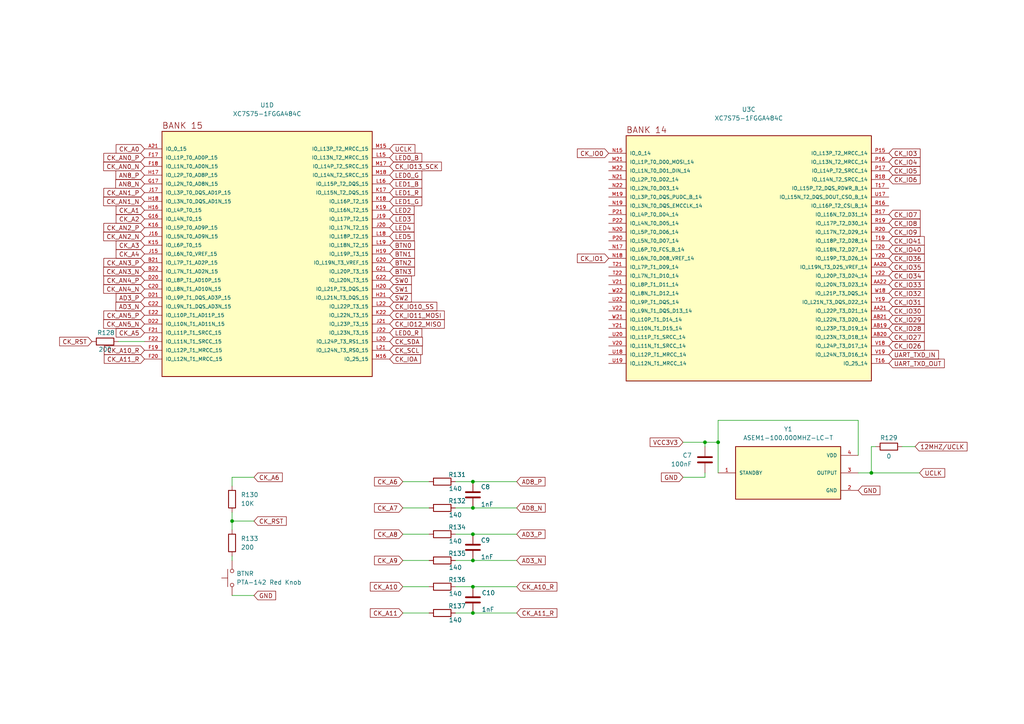
<source format=kicad_sch>
(kicad_sch (version 20231120) (generator "eeschema") (generator_version "8.0")
  (paper "A4")
  (title_block (title "ZYMA_ADC_FPGA") (date "2024-06-28") (rev "V01") (company "SHAKRA INNOVATIONS PVT LIMITED"))
  (junction (at 137.16 139.7))
  (junction (at 137.16 154.94))
  (junction (at 67.31 151.13))
  (junction (at 137.16 170.18))
  (junction (at 208.28 128.27))
  (junction (at 137.16 147.32))
  (junction (at 252.73 137.16))
  (junction (at 137.16 177.8))
  (junction (at 204.47 128.27))
  (junction (at 137.16 162.56))
  (wire (pts (xy 73.66 138.43) (xy 67.31 138.43)))
  (wire (pts (xy 252.73 129.54) (xy 252.73 137.16)))
  (wire (pts (xy 137.16 162.56) (xy 149.86 162.56)))
  (wire (pts (xy 73.66 172.72) (xy 67.31 172.72)))
  (wire (pts (xy 208.28 128.27) (xy 208.28 121.92)))
  (wire (pts (xy 208.28 128.27) (xy 208.28 137.16)))
  (wire (pts (xy 137.16 170.18) (xy 149.86 170.18)))
  (wire (pts (xy 73.66 151.13) (xy 67.31 151.13)))
  (wire (pts (xy 116.84 147.32) (xy 124.46 147.32)))
  (wire (pts (xy 116.84 170.18) (xy 124.46 170.18)))
  (wire (pts (xy 137.16 147.32) (xy 149.86 147.32)))
  (wire (pts (xy 116.84 162.56) (xy 124.46 162.56)))
  (wire (pts (xy 137.16 139.7) (xy 149.86 139.7)))
  (wire (pts (xy 198.12 138.43) (xy 204.47 138.43)))
  (wire (pts (xy 116.84 177.8) (xy 124.46 177.8)))
  (wire (pts (xy 198.12 128.27) (xy 204.47 128.27)))
  (wire (pts (xy 132.08 139.7) (xy 137.16 139.7)))
  (wire (pts (xy 67.31 162.56) (xy 67.31 161.29)))
  (wire (pts (xy 67.31 138.43) (xy 67.31 140.97)))
  (wire (pts (xy 132.08 154.94) (xy 137.16 154.94)))
  (wire (pts (xy 132.08 162.56) (xy 137.16 162.56)))
  (wire (pts (xy 132.08 177.8) (xy 137.16 177.8)))
  (wire (pts (xy 116.84 139.7) (xy 124.46 139.7)))
  (wire (pts (xy 137.16 177.8) (xy 149.86 177.8)))
  (wire (pts (xy 67.31 151.13) (xy 67.31 153.67)))
  (wire (pts (xy 252.73 129.54) (xy 254 129.54)))
  (wire (pts (xy 252.73 137.16) (xy 266.7 137.16)))
  (wire (pts (xy 265.43 129.54) (xy 261.62 129.54)))
  (wire (pts (xy 252.73 137.16) (xy 248.92 137.16)))
  (wire (pts (xy 132.08 170.18) (xy 137.16 170.18)))
  (wire (pts (xy 34.29 99.06) (xy 41.91 99.06)))
  (wire (pts (xy 204.47 128.27) (xy 208.28 128.27)))
  (wire (pts (xy 204.47 129.54) (xy 204.47 128.27)))
  (wire (pts (xy 132.08 147.32) (xy 137.16 147.32)))
  (wire (pts (xy 137.16 154.94) (xy 149.86 154.94)))
  (wire (pts (xy 204.47 138.43) (xy 204.47 137.16)))
  (wire (pts (xy 67.31 148.59) (xy 67.31 151.13)))
  (wire (pts (xy 208.28 121.92) (xy 248.92 121.92)))
  (wire (pts (xy 248.92 121.92) (xy 248.92 132.08)))
  (wire (pts (xy 116.84 154.94) (xy 124.46 154.94)))
  (global_label "SW0" (shape input) (at 113.03 81.28 0) (property "Intersheetrefs" "${INTERSHEET_REFS}" (effects (hide yes))))
  (global_label "CK_IO35" (shape input) (at 257.81 77.47 0) (property "Intersheetrefs" "${INTERSHEET_REFS}" (effects (hide yes))))
  (global_label "CK_IO27" (shape input) (at 257.81 97.79 0) (property "Intersheetrefs" "${INTERSHEET_REFS}" (effects (hide yes))))
  (global_label "VCC3V3" (shape input) (at 198.12 128.27 180) (property "Intersheetrefs" "${INTERSHEET_REFS}" (effects (hide yes))))
  (global_label "CK_IO29" (shape input) (at 257.81 92.71 0) (property "Intersheetrefs" "${INTERSHEET_REFS}" (effects (hide yes))))
  (global_label "CK_IO34" (shape input) (at 257.81 80.01 0) (property "Intersheetrefs" "${INTERSHEET_REFS}" (effects (hide yes))))
  (global_label "CK_AN5_N" (shape input) (at 41.91 93.98 180) (property "Intersheetrefs" "${INTERSHEET_REFS}" (effects (hide yes))))
  (global_label "CK_AN5_P" (shape input) (at 41.91 91.44 180) (property "Intersheetrefs" "${INTERSHEET_REFS}" (effects (hide yes))))
  (global_label "CK_A8" (shape input) (at 116.84 154.94 180) (property "Intersheetrefs" "${INTERSHEET_REFS}" (effects (hide yes))))
  (global_label "LED1_G" (shape input) (at 113.03 58.42 0) (property "Intersheetrefs" "${INTERSHEET_REFS}" (effects (hide yes))))
  (global_label "AD3_N" (shape input) (at 41.91 88.9 180) (property "Intersheetrefs" "${INTERSHEET_REFS}" (effects (hide yes))))
  (global_label "UCLK" (shape input) (at 113.03 43.18 0) (property "Intersheetrefs" "${INTERSHEET_REFS}" (effects (hide yes))))
  (global_label "AD8_P" (shape input) (at 149.86 139.7 0) (property "Intersheetrefs" "${INTERSHEET_REFS}" (effects (hide yes))))
  (global_label "CK_A9" (shape input) (at 116.84 162.56 180) (property "Intersheetrefs" "${INTERSHEET_REFS}" (effects (hide yes))))
  (global_label "AD3_P" (shape input) (at 149.86 154.94 0) (property "Intersheetrefs" "${INTERSHEET_REFS}" (effects (hide yes))))
  (global_label "LED2" (shape input) (at 113.03 60.96 0) (property "Intersheetrefs" "${INTERSHEET_REFS}" (effects (hide yes))))
  (global_label "CK_IO30" (shape input) (at 257.81 90.17 0) (property "Intersheetrefs" "${INTERSHEET_REFS}" (effects (hide yes))))
  (global_label "GND" (shape input) (at 73.66 172.72 0) (property "Intersheetrefs" "${INTERSHEET_REFS}" (effects (hide yes))))
  (global_label "CK_RST" (shape input) (at 73.66 151.13 0) (property "Intersheetrefs" "${INTERSHEET_REFS}" (effects (hide yes))))
  (global_label "CK_IO31" (shape input) (at 257.81 87.63 0) (property "Intersheetrefs" "${INTERSHEET_REFS}" (effects (hide yes))))
  (global_label "CK_IO10_SS" (shape input) (at 113.03 88.9 0) (property "Intersheetrefs" "${INTERSHEET_REFS}" (effects (hide yes))))
  (global_label "CK_IO6" (shape input) (at 257.81 52.07 0) (property "Intersheetrefs" "${INTERSHEET_REFS}" (effects (hide yes))))
  (global_label "LED1_B" (shape input) (at 113.03 53.34 0) (property "Intersheetrefs" "${INTERSHEET_REFS}" (effects (hide yes))))
  (global_label "CK_AN0_N" (shape input) (at 41.91 48.26 180) (property "Intersheetrefs" "${INTERSHEET_REFS}" (effects (hide yes))))
  (global_label "BTN3" (shape input) (at 113.03 78.74 0) (property "Intersheetrefs" "${INTERSHEET_REFS}" (effects (hide yes))))
  (global_label "LED3" (shape input) (at 113.03 63.5 0) (property "Intersheetrefs" "${INTERSHEET_REFS}" (effects (hide yes))))
  (global_label "UCLK" (shape input) (at 266.7 137.16 0) (property "Intersheetrefs" "${INTERSHEET_REFS}" (effects (hide yes))))
  (global_label "SW1" (shape input) (at 113.03 83.82 0) (property "Intersheetrefs" "${INTERSHEET_REFS}" (effects (hide yes))))
  (global_label "CK_AN0_P" (shape input) (at 41.91 45.72 180) (property "Intersheetrefs" "${INTERSHEET_REFS}" (effects (hide yes))))
  (global_label "CK_A3" (shape input) (at 41.91 71.12 180) (property "Intersheetrefs" "${INTERSHEET_REFS}" (effects (hide yes))))
  (global_label "CK_A2" (shape input) (at 41.91 63.5 180) (property "Intersheetrefs" "${INTERSHEET_REFS}" (effects (hide yes))))
  (global_label "CK_RST" (shape input) (at 26.67 99.06 180) (property "Intersheetrefs" "${INTERSHEET_REFS}" (effects (hide yes))))
  (global_label "AD8_N" (shape input) (at 149.86 147.32 0) (property "Intersheetrefs" "${INTERSHEET_REFS}" (effects (hide yes))))
  (global_label "LED0_B" (shape input) (at 113.03 45.72 0) (property "Intersheetrefs" "${INTERSHEET_REFS}" (effects (hide yes))))
  (global_label "CK_IO26" (shape input) (at 257.81 100.33 0) (property "Intersheetrefs" "${INTERSHEET_REFS}" (effects (hide yes))))
  (global_label "CK_A0" (shape input) (at 41.91 43.18 180) (property "Intersheetrefs" "${INTERSHEET_REFS}" (effects (hide yes))))
  (global_label "CK_IO0" (shape input) (at 176.53 44.45 180) (property "Intersheetrefs" "${INTERSHEET_REFS}" (effects (hide yes))))
  (global_label "AN8_N" (shape input) (at 41.91 53.34 180) (property "Intersheetrefs" "${INTERSHEET_REFS}" (effects (hide yes))))
  (global_label "CK_IO4" (shape input) (at 257.81 46.99 0) (property "Intersheetrefs" "${INTERSHEET_REFS}" (effects (hide yes))))
  (global_label "AN8_P" (shape input) (at 41.91 50.8 180) (property "Intersheetrefs" "${INTERSHEET_REFS}" (effects (hide yes))))
  (global_label "CK_IO32" (shape input) (at 257.81 85.09 0) (property "Intersheetrefs" "${INTERSHEET_REFS}" (effects (hide yes))))
  (global_label "CK_A10_R" (shape input) (at 149.86 170.18 0) (property "Intersheetrefs" "${INTERSHEET_REFS}" (effects (hide yes))))
  (global_label "CK_AN2_N" (shape input) (at 41.91 68.58 180) (property "Intersheetrefs" "${INTERSHEET_REFS}" (effects (hide yes))))
  (global_label "BTN0" (shape input) (at 113.03 71.12 0) (property "Intersheetrefs" "${INTERSHEET_REFS}" (effects (hide yes))))
  (global_label "LED0_G" (shape input) (at 113.03 50.8 0) (property "Intersheetrefs" "${INTERSHEET_REFS}" (effects (hide yes))))
  (global_label "CK_IO41" (shape input) (at 257.81 69.85 0) (property "Intersheetrefs" "${INTERSHEET_REFS}" (effects (hide yes))))
  (global_label "UART_TXD_IN" (shape input) (at 257.81 102.87 0) (property "Intersheetrefs" "${INTERSHEET_REFS}" (effects (hide yes))))
  (global_label "AD3_N" (shape input) (at 149.86 162.56 0) (property "Intersheetrefs" "${INTERSHEET_REFS}" (effects (hide yes))))
  (global_label "CK_A11_R" (shape input) (at 41.91 104.14 180) (property "Intersheetrefs" "${INTERSHEET_REFS}" (effects (hide yes))))
  (global_label "LED0_R" (shape input) (at 113.03 96.52 0) (property "Intersheetrefs" "${INTERSHEET_REFS}" (effects (hide yes))))
  (global_label "LED4" (shape input) (at 113.03 66.04 0) (property "Intersheetrefs" "${INTERSHEET_REFS}" (effects (hide yes))))
  (global_label "GND" (shape input) (at 248.92 142.24 0) (property "Intersheetrefs" "${INTERSHEET_REFS}" (effects (hide yes))))
  (global_label "CK_AN3_P" (shape input) (at 41.91 76.2 180) (property "Intersheetrefs" "${INTERSHEET_REFS}" (effects (hide yes))))
  (global_label "CK_AN1_P" (shape input) (at 41.91 55.88 180) (property "Intersheetrefs" "${INTERSHEET_REFS}" (effects (hide yes))))
  (global_label "CK_AN3_N" (shape input) (at 41.91 78.74 180) (property "Intersheetrefs" "${INTERSHEET_REFS}" (effects (hide yes))))
  (global_label "CK_IO33" (shape input) (at 257.81 82.55 0) (property "Intersheetrefs" "${INTERSHEET_REFS}" (effects (hide yes))))
  (global_label "CK_IO40" (shape input) (at 257.81 72.39 0) (property "Intersheetrefs" "${INTERSHEET_REFS}" (effects (hide yes))))
  (global_label "CK_A4" (shape input) (at 41.91 73.66 180) (property "Intersheetrefs" "${INTERSHEET_REFS}" (effects (hide yes))))
  (global_label "CK_SCL" (shape input) (at 113.03 101.6 0) (property "Intersheetrefs" "${INTERSHEET_REFS}" (effects (hide yes))))
  (global_label "CK_A6" (shape input) (at 73.66 138.43 0) (property "Intersheetrefs" "${INTERSHEET_REFS}" (effects (hide yes))))
  (global_label "BTN1" (shape input) (at 113.03 73.66 0) (property "Intersheetrefs" "${INTERSHEET_REFS}" (effects (hide yes))))
  (global_label "CK_A6" (shape input) (at 116.84 139.7 180) (property "Intersheetrefs" "${INTERSHEET_REFS}" (effects (hide yes))))
  (global_label "CK_SDA" (shape input) (at 113.03 99.06 0) (property "Intersheetrefs" "${INTERSHEET_REFS}" (effects (hide yes))))
  (global_label "LED1_R" (shape input) (at 113.03 55.88 0) (property "Intersheetrefs" "${INTERSHEET_REFS}" (effects (hide yes))))
  (global_label "CK_A1" (shape input) (at 41.91 60.96 180) (property "Intersheetrefs" "${INTERSHEET_REFS}" (effects (hide yes))))
  (global_label "CK_IO36" (shape input) (at 257.81 74.93 0) (property "Intersheetrefs" "${INTERSHEET_REFS}" (effects (hide yes))))
  (global_label "CK_IO1" (shape input) (at 176.53 74.93 180) (property "Intersheetrefs" "${INTERSHEET_REFS}" (effects (hide yes))))
  (global_label "CK_IO9" (shape input) (at 257.81 67.31 0) (property "Intersheetrefs" "${INTERSHEET_REFS}" (effects (hide yes))))
  (global_label "BTN2" (shape input) (at 113.03 76.2 0) (property "Intersheetrefs" "${INTERSHEET_REFS}" (effects (hide yes))))
  (global_label "CK_AN1_N" (shape input) (at 41.91 58.42 180) (property "Intersheetrefs" "${INTERSHEET_REFS}" (effects (hide yes))))
  (global_label "CK_AN4_P" (shape input) (at 41.91 81.28 180) (property "Intersheetrefs" "${INTERSHEET_REFS}" (effects (hide yes))))
  (global_label "CK_IO3" (shape input) (at 257.81 44.45 0) (property "Intersheetrefs" "${INTERSHEET_REFS}" (effects (hide yes))))
  (global_label "CK_A11_R" (shape input) (at 149.86 177.8 0) (property "Intersheetrefs" "${INTERSHEET_REFS}" (effects (hide yes))))
  (global_label "CK_IO13_SCK" (shape input) (at 113.03 48.26 0) (property "Intersheetrefs" "${INTERSHEET_REFS}" (effects (hide yes))))
  (global_label "CK_IO5" (shape input) (at 257.81 49.53 0) (property "Intersheetrefs" "${INTERSHEET_REFS}" (effects (hide yes))))
  (global_label "CK_IOA" (shape input) (at 113.03 104.14 0) (property "Intersheetrefs" "${INTERSHEET_REFS}" (effects (hide yes))))
  (global_label "12MHZ{slash}UCLK" (shape input) (at 265.43 129.54 0) (property "Intersheetrefs" "${INTERSHEET_REFS}" (effects (hide yes))))
  (global_label "CK_A10_R" (shape input) (at 41.91 101.6 180) (property "Intersheetrefs" "${INTERSHEET_REFS}" (effects (hide yes))))
  (global_label "CK_IO11_MOSI" (shape input) (at 113.03 91.44 0) (property "Intersheetrefs" "${INTERSHEET_REFS}" (effects (hide yes))))
  (global_label "GND" (shape input) (at 198.12 138.43 180) (property "Intersheetrefs" "${INTERSHEET_REFS}" (effects (hide yes))))
  (global_label "CK_IO7" (shape input) (at 257.81 62.23 0) (property "Intersheetrefs" "${INTERSHEET_REFS}" (effects (hide yes))))
  (global_label "CK_A10" (shape input) (at 116.84 170.18 180) (property "Intersheetrefs" "${INTERSHEET_REFS}" (effects (hide yes))))
  (global_label "CK_IO28" (shape input) (at 257.81 95.25 0) (property "Intersheetrefs" "${INTERSHEET_REFS}" (effects (hide yes))))
  (global_label "CK_AN2_P" (shape input) (at 41.91 66.04 180) (property "Intersheetrefs" "${INTERSHEET_REFS}" (effects (hide yes))))
  (global_label "AD3_P" (shape input) (at 41.91 86.36 180) (property "Intersheetrefs" "${INTERSHEET_REFS}" (effects (hide yes))))
  (global_label "CK_A5" (shape input) (at 41.91 96.52 180) (property "Intersheetrefs" "${INTERSHEET_REFS}" (effects (hide yes))))
  (global_label "CK_A11" (shape input) (at 116.84 177.8 180) (property "Intersheetrefs" "${INTERSHEET_REFS}" (effects (hide yes))))
  (global_label "CK_IO12_MISO" (shape input) (at 113.03 93.98 0) (property "Intersheetrefs" "${INTERSHEET_REFS}" (effects (hide yes))))
  (global_label "UART_TXD_OUT" (shape input) (at 257.81 105.41 0) (property "Intersheetrefs" "${INTERSHEET_REFS}" (effects (hide yes))))
  (global_label "SW2" (shape input) (at 113.03 86.36 0) (property "Intersheetrefs" "${INTERSHEET_REFS}" (effects (hide yes))))
  (global_label "CK_AN4_N" (shape input) (at 41.91 83.82 180) (property "Intersheetrefs" "${INTERSHEET_REFS}" (effects (hide yes))))
  (global_label "CK_IO8" (shape input) (at 257.81 64.77 0) (property "Intersheetrefs" "${INTERSHEET_REFS}" (effects (hide yes))))
  (global_label "CK_A7" (shape input) (at 116.84 147.32 180) (property "Intersheetrefs" "${INTERSHEET_REFS}" (effects (hide yes))))
  (global_label "LED5" (shape input) (at 113.03 68.58 0) (property "Intersheetrefs" "${INTERSHEET_REFS}" (effects (hide yes))))
  (symbol (lib_id "xc7s75:XC7S75-1FGGA484C") (at 217.17 74.93 0) (unit 3)
    (property "Reference" "U3" (at 217.17 31.75 0))
    (property "Value" "XC7S75-1FGGA484C" (at 217.17 34.29 0))
    (property "Footprint" "XC7S75-1FGGA484C:BGA484C100P22X22_2300X2300X244N" (effects (hide yes)))
    (property "MF" "Xilinx Inc." (effects (hide yes)))
    (property "Description_1" "\nSpartan®-7 Field Programmable Gate Array (FPGA) IC 338 4331520 76800 484-BGA\n" (effects (hide yes)))
    (property "Package" "FCBGA-484 Xilinx" (effects (hide yes)))
    (property "Price" "None" (effects (hide yes)))
    (property "Check_prices" "https://www.snapeda.com/parts/XC7S75-1FGGA484C/Xilinx+Inc./view-part/?ref=eda" (effects (hide yes)))
    (property "STANDARD" "IPC-7351B" (effects (hide yes)))
    (property "SnapEDA_Link" "https://www.snapeda.com/parts/XC7S75-1FGGA484C/Xilinx+Inc./view-part/?ref=snap" (effects (hide yes)))
    (property "MP" "XC7S75-1FGGA484C" (effects (hide yes)))
    (property "Availability" "In Stock" (effects (hide yes)))
    (property "MANUFACTURER" "Xilinx" (effects (hide yes)))
  )
  (symbol (lib_id "Device:C") (at 204.47 133.35 0) (unit 1)
    (property "Reference" "C7" (at 200.66 132.0799 0) (effects (justify right)))
    (property "Value" "100nF" (at 200.66 134.6199 0) (effects (justify right)))
    (property "Description" "Unpolarized capacitor" (effects (hide yes)))
  )
  (symbol (lib_id "Device:R") (at 128.27 177.8 90) (unit 1)
    (property "Reference" "R137" (at 132.588 175.768 90))
    (property "Value" "140" (at 132.08 179.832 90))
    (property "Description" "Resistor" (effects (hide yes)))
  )
  (symbol (lib_id "Device:R") (at 128.27 170.18 90) (unit 1)
    (property "Reference" "R136" (at 132.588 168.148 90))
    (property "Value" "140" (at 132.08 172.212 90))
    (property "Description" "Resistor" (effects (hide yes)))
  )
  (symbol (lib_id "xc7s75:XC7S75-1FGGA484C") (at 77.47 73.66 0) (unit 4)
    (property "Reference" "U1" (at 77.47 30.48 0))
    (property "Value" "XC7S75-1FGGA484C" (at 77.47 33.02 0))
    (property "Footprint" "XC7S75-1FGGA484C:BGA484C100P22X22_2300X2300X244N" (effects (hide yes)))
    (property "MF" "Xilinx Inc." (effects (hide yes)))
    (property "Description_1" "\nSpartan®-7 Field Programmable Gate Array (FPGA) IC 338 4331520 76800 484-BGA\n" (effects (hide yes)))
    (property "Package" "FCBGA-484 Xilinx" (effects (hide yes)))
    (property "Price" "None" (effects (hide yes)))
    (property "Check_prices" "https://www.snapeda.com/parts/XC7S75-1FGGA484C/Xilinx+Inc./view-part/?ref=eda" (effects (hide yes)))
    (property "STANDARD" "IPC-7351B" (effects (hide yes)))
    (property "SnapEDA_Link" "https://www.snapeda.com/parts/XC7S75-1FGGA484C/Xilinx+Inc./view-part/?ref=snap" (effects (hide yes)))
    (property "MP" "XC7S75-1FGGA484C" (effects (hide yes)))
    (property "Availability" "In Stock" (effects (hide yes)))
    (property "MANUFACTURER" "Xilinx" (effects (hide yes)))
  )
  (symbol (lib_id "Device:R") (at 128.27 139.7 90) (unit 1)
    (property "Reference" "R131" (at 132.588 137.668 90))
    (property "Value" "140" (at 132.08 141.732 90))
    (property "Description" "Resistor" (effects (hide yes)))
  )
  (symbol (lib_id "Device:C") (at 137.16 173.99 0) (unit 1)
    (property "Reference" "C10" (at 139.7 171.958 0) (effects (justify left)))
    (property "Value" "1nF" (at 139.7 176.784 0) (effects (justify left)))
    (property "Description" "Unpolarized capacitor" (effects (hide yes)))
  )
  (symbol (lib_id "Device:R") (at 257.81 129.54 270) (unit 1)
    (property "Reference" "R129" (at 257.81 127 90))
    (property "Value" "0" (at 257.81 132.334 90))
    (property "Description" "Resistor" (effects (hide yes)))
  )
  (symbol (lib_id "Device:R") (at 30.48 99.06 90) (unit 1)
    (property "Reference" "R128" (at 30.734 96.52 90))
    (property "Value" "200" (at 30.48 101.346 90))
    (property "Description" "Resistor" (effects (hide yes)))
  )
  (symbol (lib_id "Device:C") (at 137.16 158.75 0) (unit 1)
    (property "Reference" "C9" (at 139.446 156.718 0) (effects (justify left)))
    (property "Value" "1nF" (at 139.446 161.544 0) (effects (justify left)))
    (property "Description" "Unpolarized capacitor" (effects (hide yes)))
  )
  (symbol (lib_id "Device:R") (at 128.27 154.94 90) (unit 1)
    (property "Reference" "R134" (at 132.588 152.908 90))
    (property "Value" "140" (at 132.08 156.972 90))
    (property "Description" "Resistor" (effects (hide yes)))
  )
  (symbol (lib_id "New_Library:ASEM1-100.000MHZ-LC-T") (at 228.6 137.16 0) (unit 1)
    (property "Reference" "Y1" (at 228.6 124.46 0))
    (property "Value" "ASEM1-100.000MHZ-LC-T" (at 228.6 127 0))
    (property "Footprint" "ASEM1-100.000MHZ-LC-T:XTAL_ASEM1-100.000MHZ-LC-T" (effects (hide yes)))
    (property "PARTREV" "1.4.2021" (effects (hide yes)))
    (property "STANDARD" "Manufacturer Recommendations" (effects (hide yes)))
    (property "SNAPEDA_PN" "ASEM1-100.000MHZ-LC-T" (effects (hide yes)))
    (property "MAXIMUM_PACKAGE_HEIGHT" "0.9 mm" (effects (hide yes)))
    (property "MANUFACTURER" "Abracon" (effects (hide yes)))
  )
  (symbol (lib_id "Switch:SW_Push") (at 67.31 167.64 90) (unit 1)
    (property "Reference" "BTNR" (at 68.58 166.3699 90) (effects (justify right)))
    (property "Value" "PTA-142 Red Knob" (at 68.58 168.9099 90) (effects (justify right)))
    (property "Description" "Push button switch, generic, two pins" (effects (hide yes)))
  )
  (symbol (lib_id "Device:R") (at 67.31 144.78 0) (unit 1)
    (property "Reference" "R130" (at 69.85 143.5099 0) (effects (justify left)))
    (property "Value" "10K" (at 69.85 146.0499 0) (effects (justify left)))
    (property "Description" "Resistor" (effects (hide yes)))
  )
  (symbol (lib_id "Device:R") (at 128.27 147.32 90) (unit 1)
    (property "Reference" "R132" (at 132.588 145.288 90))
    (property "Value" "140" (at 132.08 149.352 90))
    (property "Description" "Resistor" (effects (hide yes)))
  )
  (symbol (lib_id "Device:C") (at 137.16 143.51 0) (unit 1)
    (property "Reference" "C8" (at 139.446 141.224 0) (effects (justify left)))
    (property "Value" "1nF" (at 139.446 146.304 0) (effects (justify left)))
    (property "Description" "Unpolarized capacitor" (effects (hide yes)))
  )
  (symbol (lib_id "Device:R") (at 128.27 162.56 90) (unit 1)
    (property "Reference" "R135" (at 132.588 160.528 90))
    (property "Value" "140" (at 132.08 164.592 90))
    (property "Description" "Resistor" (effects (hide yes)))
  )
  (symbol (lib_id "Device:R") (at 67.31 157.48 0) (unit 1)
    (property "Reference" "R133" (at 69.85 156.2099 0) (effects (justify left)))
    (property "Value" "200" (at 69.85 158.7499 0) (effects (justify left)))
    (property "Description" "Resistor" (effects (hide yes)))
  )
)
</source>
